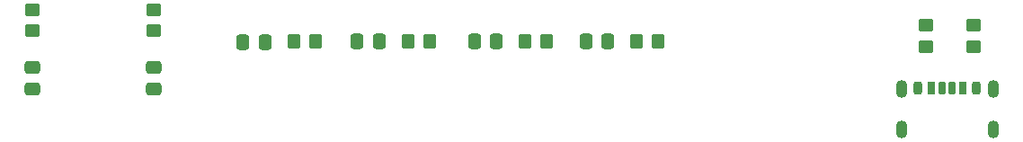
<source format=gtp>
G04 #@! TF.GenerationSoftware,KiCad,Pcbnew,8.0.5*
G04 #@! TF.CreationDate,2024-10-13T23:25:24-04:00*
G04 #@! TF.ProjectId,table-2,7461626c-652d-4322-9e6b-696361645f70,1.2*
G04 #@! TF.SameCoordinates,Original*
G04 #@! TF.FileFunction,Paste,Top*
G04 #@! TF.FilePolarity,Positive*
%FSLAX46Y46*%
G04 Gerber Fmt 4.6, Leading zero omitted, Abs format (unit mm)*
G04 Created by KiCad (PCBNEW 8.0.5) date 2024-10-13 23:25:24*
%MOMM*%
%LPD*%
G01*
G04 APERTURE LIST*
G04 Aperture macros list*
%AMRoundRect*
0 Rectangle with rounded corners*
0 $1 Rounding radius*
0 $2 $3 $4 $5 $6 $7 $8 $9 X,Y pos of 4 corners*
0 Add a 4 corners polygon primitive as box body*
4,1,4,$2,$3,$4,$5,$6,$7,$8,$9,$2,$3,0*
0 Add four circle primitives for the rounded corners*
1,1,$1+$1,$2,$3*
1,1,$1+$1,$4,$5*
1,1,$1+$1,$6,$7*
1,1,$1+$1,$8,$9*
0 Add four rect primitives between the rounded corners*
20,1,$1+$1,$2,$3,$4,$5,0*
20,1,$1+$1,$4,$5,$6,$7,0*
20,1,$1+$1,$6,$7,$8,$9,0*
20,1,$1+$1,$8,$9,$2,$3,0*%
G04 Aperture macros list end*
%ADD10RoundRect,0.250000X-0.450000X0.350000X-0.450000X-0.350000X0.450000X-0.350000X0.450000X0.350000X0*%
%ADD11RoundRect,0.175000X-0.175000X-0.425000X0.175000X-0.425000X0.175000X0.425000X-0.175000X0.425000X0*%
%ADD12RoundRect,0.190000X0.190000X0.410000X-0.190000X0.410000X-0.190000X-0.410000X0.190000X-0.410000X0*%
%ADD13RoundRect,0.200000X0.200000X0.400000X-0.200000X0.400000X-0.200000X-0.400000X0.200000X-0.400000X0*%
%ADD14RoundRect,0.175000X0.175000X0.425000X-0.175000X0.425000X-0.175000X-0.425000X0.175000X-0.425000X0*%
%ADD15RoundRect,0.190000X-0.190000X-0.410000X0.190000X-0.410000X0.190000X0.410000X-0.190000X0.410000X0*%
%ADD16RoundRect,0.200000X-0.200000X-0.400000X0.200000X-0.400000X0.200000X0.400000X-0.200000X0.400000X0*%
%ADD17O,1.100000X1.700000*%
%ADD18RoundRect,0.250000X0.450000X-0.350000X0.450000X0.350000X-0.450000X0.350000X-0.450000X-0.350000X0*%
%ADD19RoundRect,0.250000X0.350000X0.450000X-0.350000X0.450000X-0.350000X-0.450000X0.350000X-0.450000X0*%
%ADD20RoundRect,0.250000X0.337500X0.475000X-0.337500X0.475000X-0.337500X-0.475000X0.337500X-0.475000X0*%
%ADD21RoundRect,0.250000X-0.475000X0.337500X-0.475000X-0.337500X0.475000X-0.337500X0.475000X0.337500X0*%
G04 APERTURE END LIST*
D10*
X87500000Y-106500000D03*
X87500000Y-108500000D03*
D11*
X173180000Y-113920000D03*
D12*
X175200000Y-113920000D03*
D13*
X176430000Y-113920000D03*
D14*
X174180000Y-113920000D03*
D15*
X172160000Y-113920000D03*
D16*
X170930000Y-113920000D03*
D17*
X169360000Y-114000000D03*
X169360000Y-117800000D03*
X178000000Y-114000000D03*
X178000000Y-117800000D03*
D18*
X171680000Y-110000000D03*
X171680000Y-108000000D03*
D19*
X114180000Y-109500000D03*
X112180000Y-109500000D03*
D20*
X109437500Y-109530000D03*
X107362500Y-109530000D03*
D21*
X99000000Y-111925000D03*
X99000000Y-114000000D03*
D20*
X120180000Y-109500000D03*
X118105000Y-109500000D03*
D19*
X146460000Y-109500000D03*
X144460000Y-109500000D03*
D18*
X176180000Y-110000000D03*
X176180000Y-108000000D03*
D19*
X135960000Y-109500000D03*
X133960000Y-109500000D03*
D21*
X87500000Y-111925000D03*
X87500000Y-114000000D03*
D20*
X131217500Y-109500000D03*
X129142500Y-109500000D03*
X141717500Y-109500000D03*
X139642500Y-109500000D03*
D19*
X124922500Y-109500000D03*
X122922500Y-109500000D03*
D10*
X99000000Y-106500000D03*
X99000000Y-108500000D03*
M02*

</source>
